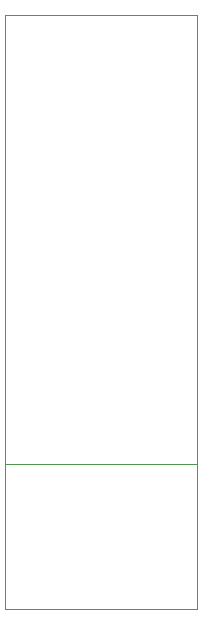
<source format=gbr>
G04 #@! TF.GenerationSoftware,KiCad,Pcbnew,(5.0.0)*
G04 #@! TF.CreationDate,2020-04-23T21:24:48+10:00*
G04 #@! TF.ProjectId,Classification and Contol Board,436C617373696669636174696F6E2061,rev?*
G04 #@! TF.SameCoordinates,Original*
G04 #@! TF.FileFunction,Other,User*
%FSLAX46Y46*%
G04 Gerber Fmt 4.6, Leading zero omitted, Abs format (unit mm)*
G04 Created by KiCad (PCBNEW (5.0.0)) date 04/23/20 21:24:48*
%MOMM*%
%LPD*%
G01*
G04 APERTURE LIST*
%ADD10C,0.050000*%
G04 APERTURE END LIST*
D10*
G04 #@! TO.C,J9*
X150590000Y-119790000D02*
X150590000Y-107490000D01*
X150590000Y-107490000D02*
X166840000Y-107490000D01*
X166840000Y-107490000D02*
X166840000Y-119790000D01*
X166840000Y-119790000D02*
X150590000Y-119790000D01*
X150590000Y-107490000D02*
X150590000Y-69490000D01*
X166840000Y-107490000D02*
X166840000Y-69490000D01*
X166840000Y-69490000D02*
X150590000Y-69490000D01*
G04 #@! TD*
M02*

</source>
